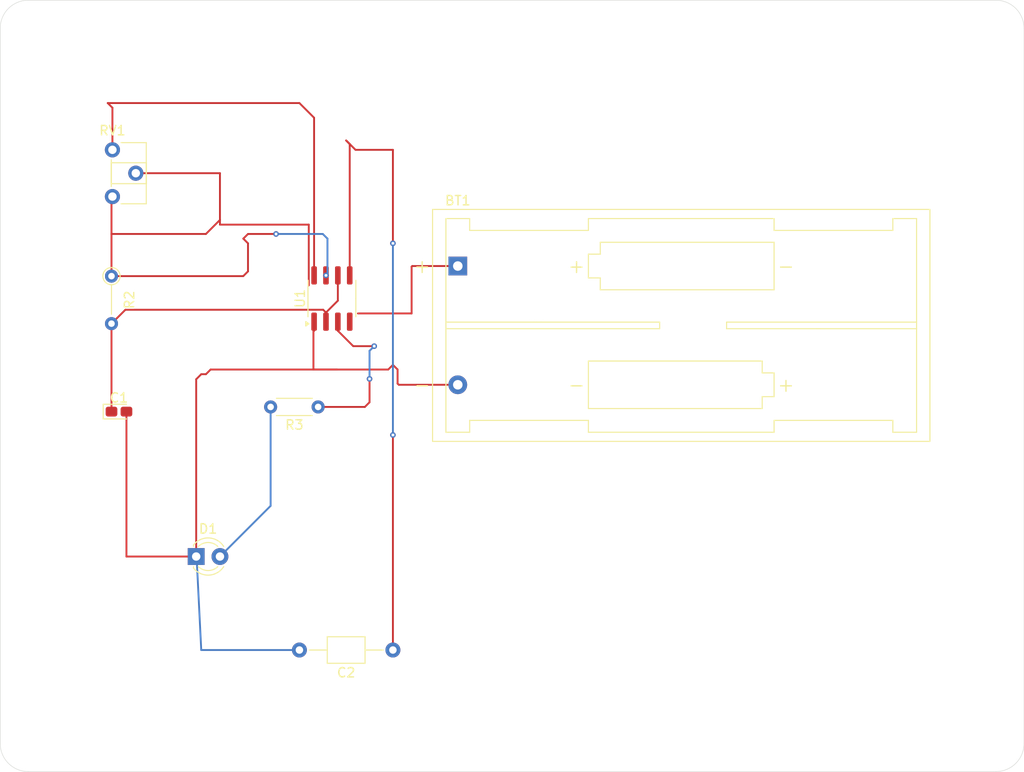
<source format=kicad_pcb>
(kicad_pcb (version 20240108) (generator "pcbnew") (generator_version "8.0")
  (layers (0 "F.Cu" signal) (31 "B.Cu" signal) (34 "B.Paste" user) (35 "F.Paste" user) (36 "B.SilkS" user "B.Silkscreen") (37 "F.SilkS" user "F.Silkscreen") (38 "B.Mask" user) (39 "F.Mask" user) (44 "Edge.Cuts" user))
  (net 0 "")
  (net 1 "GND")
  (net 2 "Net-(BT1-+)")
  (net 3 "Net-(U1-THR)")
  (net 4 "Net-(U1-CV)")
  (net 5 "Net-(D1-A)")
  (net 6 "Net-(U1-Q)")
  (footprint "Package_SO:SOIC-8_3.9x4.9mm_P1.27mm" (layer "F.Cu") (at 76.975 69.405 90)
    (property "Reference" "U1" (at 0 -3.4 90) (layer "F.SilkS"))
    (property "Value" "LM555xM")
    (fp_line (start 0 -2.56) (end 1.95 -2.56) (stroke (width 0.12)) (layer "F.SilkS"))
    (fp_line (start 0 -2.56) (end -1.95 -2.56) (stroke (width 0.12)) (layer "F.SilkS"))
    (fp_line (start 0 2.56) (end 1.95 2.56) (stroke (width 0.12)) (layer "F.SilkS"))
    (fp_line (start 0 2.56) (end -1.95 2.56) (stroke (width 0.12)) (layer "F.SilkS"))
    (fp_poly (pts (xy -2.7 -2.465) (xy -2.94 -2.795) (xy -2.46 -2.795) (xy -2.7 -2.465)) (stroke (width 0.12)) (fill solid) (layer "F.SilkS"))
    (pad "1" smd roundrect (at -2.475 -1.905 90) (size 1.95 0.6) (layers "F.Cu" "F.Paste" "F.Mask") (net 1 "GND"))
    (pad "2" smd roundrect (at -2.475 -0.635 90) (size 1.95 0.6) (layers "F.Cu" "F.Paste" "F.Mask") (net 3 "Net-(U1-THR)"))
    (pad "3" smd roundrect (at -2.475 0.635 90) (size 1.95 0.6) (layers "F.Cu" "F.Paste" "F.Mask") (net 6 "Net-(U1-Q)"))
    (pad "4" smd roundrect (at -2.475 1.905 90) (size 1.95 0.6) (layers "F.Cu" "F.Paste" "F.Mask") (net 2 "Net-(BT1-+)"))
    (pad "5" smd roundrect (at 2.475 1.905 90) (size 1.95 0.6) (layers "F.Cu" "F.Paste" "F.Mask") (net 4 "Net-(U1-CV)"))
    (pad "6" smd roundrect (at 2.475 0.635 90) (size 1.95 0.6) (layers "F.Cu" "F.Paste" "F.Mask") (net 3 "Net-(U1-THR)"))
    (pad "7" smd roundrect (at 2.475 -0.635 90) (size 1.95 0.6) (layers "F.Cu" "F.Paste" "F.Mask") (net 2 "Net-(BT1-+)"))
    (pad "8" smd roundrect (at 2.475 -1.905 90) (size 1.95 0.6) (layers "F.Cu" "F.Paste" "F.Mask") (net 2 "Net-(BT1-+)"))
  )
  (footprint "Resistor_THT:R_Axial_DIN0204_L3.6mm_D1.6mm_P5.08mm_Vertical" (layer "F.Cu") (at 53.4 67.01 -90)
    (property "Reference" "R2" (at 2.54 -1.92 90) (layer "F.SilkS"))
    (property "Value" "47k ohm")
    (fp_line (start 0.92 0) (end 4.08 0) (stroke (width 0.12)) (layer "F.SilkS"))
    (fp_circle (center 0 0) (end 0.92 0) (stroke (width 0.12)) (fill none) (layer "F.SilkS"))
    (pad "1" thru_hole circle (at 0 0 270) (size 1.4 1.4) (drill 0.7) (layers "*.Cu" "*.Mask") (net 2 "Net-(BT1-+)"))
    (pad "2" thru_hole oval (at 5.08 0 270) (size 1.4 1.4) (drill 0.7) (layers "*.Cu" "*.Mask") (net 3 "Net-(U1-THR)"))
  )
  (footprint "Potentiometer_THT:Potentiometer_ACP_CA6-H2,5_Horizontal" (layer "F.Cu") (at 53.5 53.5)
    (property "Reference" "RV1" (at 0 -2.06 0) (layer "F.SilkS"))
    (property "Value" "R_Potentiometer")
    (fp_line (start -0.121 1.066) (end -0.121 3.935) (stroke (width 0.12)) (layer "F.SilkS"))
    (fp_line (start -0.121 1.38) (end -0.121 3.62) (stroke (width 0.12)) (layer "F.SilkS"))
    (fp_line (start -0.121 1.38) (end 3.62 1.38) (stroke (width 0.12)) (layer "F.SilkS"))
    (fp_line (start -0.121 3.62) (end 3.62 3.62) (stroke (width 0.12)) (layer "F.SilkS"))
    (fp_line (start 0.925 -0.77) (end 3.62 -0.77) (stroke (width 0.12)) (layer "F.SilkS"))
    (fp_line (start 0.925 5.77) (end 3.62 5.77) (stroke (width 0.12)) (layer "F.SilkS"))
    (fp_line (start 3.62 -0.77) (end 3.62 5.77) (stroke (width 0.12)) (layer "F.SilkS"))
    (fp_line (start 3.62 1.38) (end 3.62 3.62) (stroke (width 0.12)) (layer "F.SilkS"))
    (pad "1" thru_hole circle (at 0 0) (size 1.62 1.62) (drill 0.9) (layers "*.Cu" "*.Mask") (net 2 "Net-(BT1-+)"))
    (pad "2" thru_hole circle (at 2.5 2.5) (size 1.62 1.62) (drill 0.9) (layers "*.Cu" "*.Mask") (net 2 "Net-(BT1-+)"))
    (pad "3" thru_hole circle (at 0 5) (size 1.62 1.62) (drill 0.9) (layers "*.Cu" "*.Mask") (net 2 "Net-(BT1-+)"))
  )
  (footprint "Battery:BatteryHolder_Keystone_2468_2xAAA" (layer "F.Cu") (at 90.44 65.93)
    (property "Reference" "BT1" (at 0 -7 0) (layer "F.SilkS"))
    (property "Value" "Battery")
    (fp_line (start -2.7 -6.05) (end -2.7 18.75) (stroke (width 0.12)) (layer "F.SilkS"))
    (fp_line (start -2.7 18.755) (end 50.5 18.755) (stroke (width 0.12)) (layer "F.SilkS"))
    (fp_line (start -1.27 -5.08) (end -1.27 17.78) (stroke (width 0.12)) (layer "F.SilkS"))
    (fp_line (start -1.27 6) (end 21.59 6) (stroke (width 0.12)) (layer "F.SilkS"))
    (fp_line (start -1.27 17.78) (end 1.27 17.78) (stroke (width 0.12)) (layer "F.SilkS"))
    (fp_line (start 1.27 -5.08) (end -1.27 -5.08) (stroke (width 0.12)) (layer "F.SilkS"))
    (fp_line (start 1.27 -3.81) (end 1.27 -5.08) (stroke (width 0.12)) (layer "F.SilkS"))
    (fp_line (start 1.27 -3.81) (end 13.97 -3.81) (stroke (width 0.12)) (layer "F.SilkS"))
    (fp_line (start 1.27 16.51) (end 13.97 16.51) (stroke (width 0.12)) (layer "F.SilkS"))
    (fp_line (start 1.27 17.78) (end 1.27 16.51) (stroke (width 0.12)) (layer "F.SilkS"))
    (fp_line (start 13.97 -5.08) (end 13.97 -3.81) (stroke (width 0.12)) (layer "F.SilkS"))
    (fp_line (start 13.97 -1.27) (end 15.24 -1.27) (stroke (width 0.12)) (layer "F.SilkS"))
    (fp_line (start 13.97 1.27) (end 13.97 -1.27) (stroke (width 0.12)) (layer "F.SilkS"))
    (fp_line (start 13.97 10.16) (end 32.56 10.16) (stroke (width 0.12)) (layer "F.SilkS"))
    (fp_line (start 13.97 15.24) (end 13.97 10.16) (stroke (width 0.12)) (layer "F.SilkS"))
    (fp_line (start 13.97 16.51) (end 13.97 17.78) (stroke (width 0.12)) (layer "F.SilkS"))
    (fp_line (start 13.97 17.78) (end 33.83 17.78) (stroke (width 0.12)) (layer "F.SilkS"))
    (fp_line (start 15.24 -2.54) (end 33.83 -2.54) (stroke (width 0.12)) (layer "F.SilkS"))
    (fp_line (start 15.24 -1.27) (end 15.24 -2.54) (stroke (width 0.12)) (layer "F.SilkS"))
    (fp_line (start 15.24 1.27) (end 13.97 1.27) (stroke (width 0.12)) (layer "F.SilkS"))
    (fp_line (start 15.24 2.54) (end 15.24 1.27) (stroke (width 0.12)) (layer "F.SilkS"))
    (fp_line (start 21.59 6) (end 21.59 6.7) (stroke (width 0.12)) (layer "F.SilkS"))
    (fp_line (start 21.59 6.7) (end -1.27 6.7) (stroke (width 0.12)) (layer "F.SilkS"))
    (fp_line (start 28.75 6) (end 28.75 6.7) (stroke (width 0.12)) (layer "F.SilkS"))
    (fp_line (start 28.75 6.7) (end 49.07 6.7) (stroke (width 0.12)) (layer "F.SilkS"))
    (fp_line (start 32.56 10.16) (end 32.56 11.43) (stroke (width 0.12)) (layer "F.SilkS"))
    (fp_line (start 32.56 11.43) (end 33.83 11.43) (stroke (width 0.12)) (layer "F.SilkS"))
    (fp_line (start 32.56 13.97) (end 32.56 15.24) (stroke (width 0.12)) (layer "F.SilkS"))
    (fp_line (start 32.56 15.24) (end 13.97 15.24) (stroke (width 0.12)) (layer "F.SilkS"))
    (fp_line (start 33.83 -5.08) (end 13.97 -5.08) (stroke (width 0.12)) (layer "F.SilkS"))
    (fp_line (start 33.83 -3.81) (end 33.83 -5.08) (stroke (width 0.12)) (layer "F.SilkS"))
    (fp_line (start 33.83 -2.54) (end 33.83 2.54) (stroke (width 0.12)) (layer "F.SilkS"))
    (fp_line (start 33.83 2.54) (end 15.24 2.54) (stroke (width 0.12)) (layer "F.SilkS"))
    (fp_line (start 33.83 11.43) (end 33.83 13.97) (stroke (width 0.12)) (layer "F.SilkS"))
    (fp_line (start 33.83 13.97) (end 32.56 13.97) (stroke (width 0.12)) (layer "F.SilkS"))
    (fp_line (start 33.83 17.78) (end 33.83 16.51) (stroke (width 0.12)) (layer "F.SilkS"))
    (fp_line (start 46.53 -5.08) (end 46.53 -3.81) (stroke (width 0.12)) (layer "F.SilkS"))
    (fp_line (start 46.53 -3.81) (end 33.83 -3.81) (stroke (width 0.12)) (layer "F.SilkS"))
    (fp_line (start 46.53 16.51) (end 33.83 16.51) (stroke (width 0.12)) (layer "F.SilkS"))
    (fp_line (start 46.53 17.78) (end 46.53 16.51) (stroke (width 0.12)) (layer "F.SilkS"))
    (fp_line (start 49.07 -5.08) (end 46.53 -5.08) (stroke (width 0.12)) (layer "F.SilkS"))
    (fp_line (start 49.07 -5.08) (end 49.07 17.78) (stroke (width 0.12)) (layer "F.SilkS"))
    (fp_line (start 49.07 6) (end 28.75 6) (stroke (width 0.12)) (layer "F.SilkS"))
    (fp_line (start 49.07 17.78) (end 46.53 17.78) (stroke (width 0.12)) (layer "F.SilkS"))
    (fp_line (start 50.5 -6.055) (end -2.7 -6.055) (stroke (width 0.12)) (layer "F.SilkS"))
    (fp_line (start 50.5 18.75) (end 50.5 -6.05) (stroke (width 0.12)) (layer "F.SilkS"))
    (fp_text user "-" (at -3.81 12.7 0) (layer "F.SilkS") (effects (font (size 1.5 1.5))))
    (fp_text user "+" (at -3.81 0 0) (layer "F.SilkS") (effects (font (size 1.5 1.5))))
    (fp_text user "-" (at 35.1 0 0) (layer "F.SilkS") (effects (font (size 1.5 1.5))))
    (fp_text user "+" (at 12.7 0 0) (layer "F.SilkS") (effects (font (size 1.5 1.5))))
    (fp_text user "-" (at 12.7 12.7 0) (layer "F.SilkS") (effects (font (size 1.5 1.5))))
    (fp_text user "+" (at 35.1 12.7 0) (layer "F.SilkS") (effects (font (size 1.5 1.5))))
    (pad "" np_thru_hole circle (at 8.64 4) (size 3.45 3.45) (drill 3.45) (layers "*.Cu"))
    (pad "" np_thru_hole circle (at 38.61 8.7) (size 3.45 3.45) (drill 3.45) (layers "*.Cu" "*.Mask"))
    (pad "1" thru_hole rect (at 0 0) (size 2 2) (drill 1.02) (layers "*.Cu" "*.Mask") (net 2 "Net-(BT1-+)"))
    (pad "2" thru_hole circle (at 0 12.7) (size 2 2) (drill 1.02) (layers "*.Cu" "*.Mask") (net 1 "GND"))
  )
  (footprint "Capacitor_THT:C_Axial_L3.8mm_D2.6mm_P10.00mm_Horizontal" (layer "F.Cu") (at 83.5 107 180)
    (property "Reference" "C2" (at 5 -2.42 360) (layer "F.SilkS"))
    (property "Value" "0.1 disk non polarized")
    (fp_line (start 8.96 0) (end 7.02 0) (stroke (width 0.12)) (layer "F.SilkS"))
    (fp_line (start 7.02 1.42) (end 7.02 -1.42) (stroke (width 0.12)) (layer "F.SilkS"))
    (fp_line (start 7.02 -1.42) (end 2.98 -1.42) (stroke (width 0.12)) (layer "F.SilkS"))
    (fp_line (start 2.98 1.42) (end 7.02 1.42) (stroke (width 0.12)) (layer "F.SilkS"))
    (fp_line (start 2.98 -1.42) (end 2.98 1.42) (stroke (width 0.12)) (layer "F.SilkS"))
    (fp_line (start 1.04 0) (end 2.98 0) (stroke (width 0.12)) (layer "F.SilkS"))
    (pad "1" thru_hole circle (at 0 0 180) (size 1.6 1.6) (drill 0.8) (layers "*.Cu" "*.Mask") (net 4 "Net-(U1-CV)"))
    (pad "2" thru_hole oval (at 10 0 180) (size 1.6 1.6) (drill 0.8) (layers "*.Cu" "*.Mask") (net 1 "GND"))
  )
  (footprint "Capacitor_Tantalum_SMD:CP_EIA-1608-08_AVX-J_Pad1.25x1.05mm_HandSolder" (layer "F.Cu") (at 54.2 81.5)
    (property "Reference" "C1" (at 0 -1.48 0) (layer "F.SilkS"))
    (property "Value" "C_Polarized 1 mF")
    (fp_line (start -1.685 -0.785) (end -1.685 0.785) (stroke (width 0.12)) (layer "F.SilkS"))
    (fp_line (start -1.685 0.785) (end 0.8 0.785) (stroke (width 0.12)) (layer "F.SilkS"))
    (fp_line (start 0.8 -0.785) (end -1.685 -0.785) (stroke (width 0.12)) (layer "F.SilkS"))
    (pad "1" smd roundrect (at -0.8 0) (size 1.25 1.05) (layers "F.Cu" "F.Paste" "F.Mask") (roundrect_rratio 0.238095) (net 3 "Net-(U1-THR)"))
    (pad "2" smd roundrect (at 0.8 0) (size 1.25 1.05) (layers "F.Cu" "F.Paste" "F.Mask") (roundrect_rratio 0.238095) (net 1 "GND"))
  )
  (footprint "Resistor_THT:R_Axial_DIN0204_L3.6mm_D1.6mm_P5.08mm_Horizontal" (layer "F.Cu") (at 75.5 81 180)
    (property "Reference" "R3" (at 2.54 -1.92 360) (layer "F.SilkS"))
    (property "Value" "330 ohm")
    (fp_line (start 0.62 0.92) (end 4.46 0.92) (stroke (width 0.12)) (layer "F.SilkS"))
    (fp_line (start 0.62 -0.92) (end 4.46 -0.92) (stroke (width 0.12)) (layer "F.SilkS"))
    (pad "1" thru_hole circle (at 0 0 180) (size 1.4 1.4) (drill 0.7) (layers "*.Cu" "*.Mask") (net 6 "Net-(U1-Q)"))
    (pad "2" thru_hole oval (at 5.08 0 180) (size 1.4 1.4) (drill 0.7) (layers "*.Cu" "*.Mask") (net 5 "Net-(D1-A)"))
  )
  (footprint "LED_THT:LED_D3.0mm" (layer "F.Cu") (at 62.46 97)
    (property "Reference" "D1" (at 1.27 -2.96 0) (layer "F.SilkS"))
    (property "Value" "LED")
    (fp_line (start -0.29 -1.236) (end -0.29 -1.08) (stroke (width 0.12)) (layer "F.SilkS"))
    (fp_line (start -0.29 1.08) (end -0.29 1.236) (stroke (width 0.12)) (layer "F.SilkS"))
    (fp_arc (start -0.29 -1.235516) (mid 1.366487 -1.987659) (end 2.942335 -1.078608) (stroke (width 0.12)) (layer "F.SilkS"))
    (fp_arc (start 0.229039 -1.08) (mid 1.270117 -1.5) (end 2.31113 -1.079837) (stroke (width 0.12)) (layer "F.SilkS"))
    (fp_arc (start 2.31113 1.079837) (mid 1.270117 1.5) (end 0.229039 1.08) (stroke (width 0.12)) (layer "F.SilkS"))
    (fp_arc (start 2.942335 1.078608) (mid 1.366487 1.987659) (end -0.29 1.235516) (stroke (width 0.12)) (layer "F.SilkS"))
    (pad "1" thru_hole rect (at 0 0) (size 1.8 1.8) (drill 0.9) (layers "*.Cu" "*.Mask") (net 1 "GND"))
    (pad "2" thru_hole circle (at 2.54 0) (size 1.8 1.8) (drill 0.9) (layers "*.Cu" "*.Mask") (net 5 "Net-(D1-A)"))
  )
  (gr_line (start 63 107) (end 73.5 107) (stroke (width 0.2)) (layer "B.Cu") (net 1))
  (gr_line (start 62.5 97) (end 63 107) (stroke (width 0.2)) (layer "B.Cu") (net 1))
  (gr_arc (start 148 37.5) (mid 150.12132 38.37868) (end 151 40.5) (stroke (width 0.05)) (layer "Edge.Cuts"))
  (gr_arc (start 41.5 40.5) (mid 42.37868 38.37868) (end 44.5 37.5) (stroke (width 0.05)) (layer "Edge.Cuts"))
  (gr_line (start 151 40.5) (end 151 117) (stroke (width 0.05)) (layer "Edge.Cuts"))
  (gr_line (start 148 120) (end 44.5 120) (stroke (width 0.05)) (layer "Edge.Cuts"))
  (gr_arc (start 151 117) (mid 150.12132 119.12132) (end 148 120) (stroke (width 0.05)) (layer "Edge.Cuts"))
  (gr_line (start 41.5 117) (end 41.5 40.5) (stroke (width 0.05)) (layer "Edge.Cuts"))
  (gr_arc (start 44.5 120) (mid 42.37868 119.12132) (end 41.5 117) (stroke (width 0.05)) (layer "Edge.Cuts"))
  (gr_line (start 44.5 37.5) (end 148 37.5) (stroke (width 0.05)) (layer "Edge.Cuts"))
  (segment (start 64 77) (end 77.5 77) (width 0.2) (layer "F.Cu") (net 1))
  (segment (start 55 97) (end 62.46 97) (width 0.2) (layer "F.Cu") (net 1))
  (segment (start 83.5 76.5) (end 84 77) (width 0.2) (layer "F.Cu") (net 1))
  (segment (start 63.5 77.5) (end 64 77) (width 0.2) (layer "F.Cu") (net 1))
  (segment (start 75 72.924999) (end 75 77) (width 0.2) (layer "F.Cu") (net 1))
  (segment (start 75.07 72.854999) (end 75 72.924999) (width 0.2) (layer "F.Cu") (net 1))
  (segment (start 83 77) (end 83.5 76.5) (width 0.2) (layer "F.Cu") (net 1))
  (segment (start 62.46 97) (end 62.46 78.04) (width 0.2) (layer "F.Cu") (net 1))
  (segment (start 84.13 78.63) (end 90.44 78.63) (width 0.2) (layer "F.Cu") (net 1))
  (segment (start 77.5 77) (end 83 77) (width 0.2) (layer "F.Cu") (net 1))
  (segment (start 75.07 71.88) (end 75.07 72.854999) (width 0.2) (layer "F.Cu") (net 1))
  (segment (start 62.46 78.04) (end 63 77.5) (width 0.2) (layer "F.Cu") (net 1))
  (segment (start 63 77.5) (end 63.5 77.5) (width 0.2) (layer "F.Cu") (net 1))
  (segment (start 84 78.5) (end 84.13 78.63) (width 0.2) (layer "F.Cu") (net 1))
  (segment (start 55 81.5) (end 55 97) (width 0.2) (layer "F.Cu") (net 1))
  (segment (start 84 77) (end 84 78.5) (width 0.2) (layer "F.Cu") (net 1))
  (segment (start 75 77) (end 77.5 77) (width 0.2) (layer "F.Cu") (net 1))
  (segment (start 85.57 65.93) (end 90.44 65.93) (width 0.2) (layer "F.Cu") (net 2))
  (segment (start 75.07 50.07) (end 75.07 66.93) (width 0.2) (layer "F.Cu") (net 2))
  (segment (start 53.5 53.5) (end 53.5 49) (width 0.2) (layer "F.Cu") (net 2))
  (segment (start 68 66.5) (end 68 63.5) (width 0.2) (layer "F.Cu") (net 2))
  (segment (start 53.5 49) (end 53 48.5) (width 0.2) (layer "F.Cu") (net 2))
  (segment (start 63.5 62.5) (end 65 61) (width 0.2) (layer "F.Cu") (net 2))
  (segment (start 73.5 48.5) (end 75.07 50.07) (width 0.2) (layer "F.Cu") (net 2))
  (segment (start 67.49 67.01) (end 68 66.5) (width 0.2) (layer "F.Cu") (net 2))
  (segment (start 68 62.5) (end 71 62.5) (width 0.2) (layer "F.Cu") (net 2))
  (segment (start 85.5 71) (end 85.5 66) (width 0.2) (layer "F.Cu") (net 2))
  (segment (start 53.4 62.5) (end 53.4 67.01) (width 0.2) (layer "F.Cu") (net 2))
  (segment (start 79.76 71) (end 85.5 71) (width 0.2) (layer "F.Cu") (net 2))
  (segment (start 68 63.5) (end 67.5 63) (width 0.2) (layer "F.Cu") (net 2))
  (segment (start 85.5 66) (end 85.57 65.93) (width 0.2) (layer "F.Cu") (net 2))
  (segment (start 53.4 59.1) (end 53.4 62.5) (width 0.2) (layer "F.Cu") (net 2))
  (segment (start 53.4 62.5) (end 63.5 62.5) (width 0.2) (layer "F.Cu") (net 2))
  (segment (start 65 61) (end 65 61.5) (width 0.2) (layer "F.Cu") (net 2))
  (segment (start 53.4 67.01) (end 67.49 67.01) (width 0.2) (layer "F.Cu") (net 2))
  (segment (start 65 56) (end 65 61) (width 0.2) (layer "F.Cu") (net 2))
  (segment (start 53.5 58.5) (end 53.5 59) (width 0.2) (layer "F.Cu") (net 2))
  (segment (start 53 48.5) (end 73.5 48.5) (width 0.2) (layer "F.Cu") (net 2))
  (segment (start 65 61.5) (end 74.5 61.5) (width 0.2) (layer "F.Cu") (net 2))
  (segment (start 67.5 63) (end 68 62.5) (width 0.2) (layer "F.Cu") (net 2))
  (segment (start 53.5 59) (end 53.4 59.1) (width 0.2) (layer "F.Cu") (net 2))
  (segment (start 56 56) (end 65 56) (width 0.2) (layer "F.Cu") (net 2))
  (segment (start 74.5 61.5) (end 74.5 68) (width 0.2) (layer "F.Cu") (net 2))
  (via (at 71 62.5) (size 0.6) (drill 0.3) (layers "F.Cu" "B.Cu") (net 2))
  (via (at 76.34 66.93) (size 0.6) (drill 0.3) (layers "F.Cu" "B.Cu") (net 2))
  (segment (start 76 62.5) (end 76.5 63) (width 0.2) (layer "B.Cu") (net 2))
  (segment (start 76.5 66.77) (end 76.34 66.93) (width 0.2) (layer "B.Cu") (net 2))
  (segment (start 71 62.5) (end 76 62.5) (width 0.2) (layer "B.Cu") (net 2))
  (segment (start 76.5 63) (end 76.5 66.77) (width 0.2) (layer "B.Cu") (net 2))
  (segment (start 53.4 72.09) (end 53.4 81.5) (width 0.2) (layer "F.Cu") (net 3))
  (segment (start 76.34 70.905001) (end 76.34 71.88) (width 0.2) (layer "F.Cu") (net 3))
  (segment (start 77.61 69.635001) (end 77.61 66.93) (width 0.2) (layer "F.Cu") (net 3))
  (segment (start 76.34 70.905001) (end 77.61 69.635001) (width 0.2) (layer "F.Cu") (net 3))
  (segment (start 76.039999 70.605) (end 76.34 70.905001) (width 0.2) (layer "F.Cu") (net 3))
  (segment (start 53.4 72.09) (end 54.885 70.605) (width 0.2) (layer "F.Cu") (net 3))
  (segment (start 54.885 70.605) (end 76.039999 70.605) (width 0.2) (layer "F.Cu") (net 3))
  (segment (start 79.5 53.5) (end 83.5 53.5) (width 0.2) (layer "F.Cu") (net 4))
  (segment (start 78.5 52.5) (end 79.5 53.5) (width 0.2) (layer "F.Cu") (net 4))
  (segment (start 83.5 53.5) (end 83.5 63.5) (width 0.2) (layer "F.Cu") (net 4))
  (segment (start 78.88 66.93) (end 78.88 52.88) (width 0.2) (layer "F.Cu") (net 4))
  (segment (start 78.88 52.88) (end 78.5 52.5) (width 0.2) (layer "F.Cu") (net 4))
  (segment (start 83.5 84) (end 83.5 107) (width 0.2) (layer "F.Cu") (net 4))
  (via (at 83.5 84) (size 0.6) (drill 0.3) (layers "F.Cu" "B.Cu") (net 4))
  (via (at 83.5 63.5) (size 0.6) (drill 0.3) (layers "F.Cu" "B.Cu") (net 4))
  (segment (start 83.5 63.5) (end 83.5 84) (width 0.2) (layer "B.Cu") (net 4))
  (segment (start 65 97) (end 70.42 91.58) (width 0.2) (layer "B.Cu") (net 5))
  (segment (start 70.42 91.58) (end 70.42 81) (width 0.2) (layer "B.Cu") (net 5))
  (segment (start 81 80.5) (end 81 78) (width 0.2) (layer "F.Cu") (net 6))
  (segment (start 75.5 81) (end 80.5 81) (width 0.2) (layer "F.Cu") (net 6))
  (segment (start 79.255001 74.5) (end 77.61 72.854999) (width 0.2) (layer "F.Cu") (net 6))
  (segment (start 77.61 72.854999) (end 77.61 71.88) (width 0.2) (layer "F.Cu") (net 6))
  (segment (start 80.5 81) (end 81 80.5) (width 0.2) (layer "F.Cu") (net 6))
  (segment (start 81.5 74.5) (end 79.255001 74.5) (width 0.2) (layer "F.Cu") (net 6))
  (via (at 81.5 74.5) (size 0.6) (drill 0.3) (layers "F.Cu" "B.Cu") (net 6))
  (via (at 81 78) (size 0.6) (drill 0.3) (layers "F.Cu" "B.Cu") (net 6))
  (segment (start 81 78) (end 81 75) (width 0.2) (layer "B.Cu") (net 6))
  (segment (start 81 75) (end 81.5 74.5) (width 0.2) (layer "B.Cu") (net 6))
)
</source>
